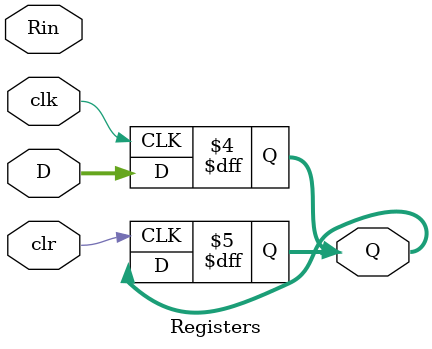
<source format=v>
module Registers(clk, clr, D, Q, Rin);
	input [31:0] D;
	input clk, clr, Rin;
	output [31:0] Q;
	reg [31:0] Q;
	
	always @(posedge clr) begin
		if(clr == 0) begin
			Q <= 0;
		end
   end                                                   
	
	always @(posedge clk)
	begin
		Q <= D;
	end
endmodule

</source>
